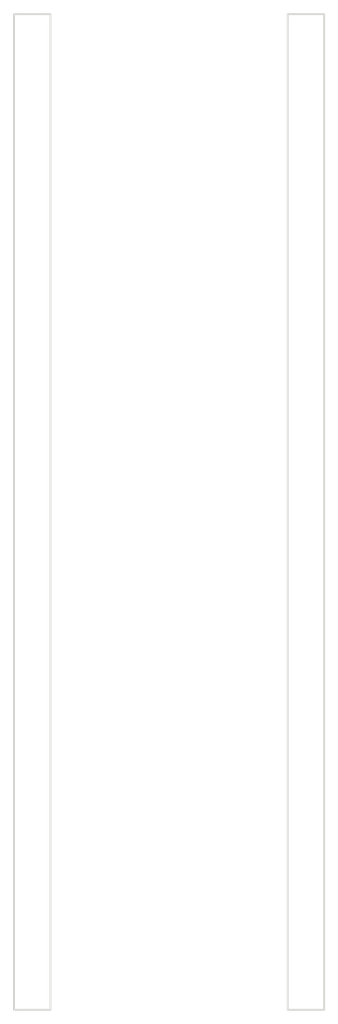
<source format=kicad_pcb>
(kicad_pcb (version 20241229) (generator "pcbnew") (generator_version "9.0")
  (title_block (title "Board 2x22 W15.24mm") (date "2025-09-29") (rev "V1"))
  (layers (0 "F.Cu" signal) (2 "B.Cu" signal) (13 "F.Paste" user) (15 "B.Paste" user) (5 "F.SilkS" user "F.Silkscreen") (7 "B.SilkS" user "B.Silkscreen") (1 "F.Mask" user) (3 "B.Mask" user) (25 "Edge.Cuts" user))
  (net 0 "")
  (footprint "SamacSys_Parts:PinHeader_1x22_P2.54mm_Vertical" (layer "B.Cu") (at 15.24 0 180)
    (property "Reference" "J3" (hide yes))
    (property "Value" "Pin_Header_01x22")
  )
  (footprint "SamacSys_Parts:PinHeader_1x22_P2.54mm_Vertical" (layer "B.Cu") (at 0 0 180)
    (property "Reference" "J2" (hide yes))
    (property "Value" "Pin_Header_01x22")
  )
  (gr_line (start -1.016 54.356) (end -1.016 -1.016) (stroke (width 0.1)) (layer "Edge.Cuts"))
  (gr_line (start -1.016 -1.016) (end 1.016 -1.016) (stroke (width 0.1)) (layer "Edge.Cuts"))
  (gr_line (start 16.256 54.356) (end 14.224 54.356) (stroke (width 0.1)) (layer "Edge.Cuts"))
  (gr_line (start 14.224 -1.016) (end 16.256 -1.016) (stroke (width 0.1)) (layer "Edge.Cuts"))
  (gr_line (start 1.016 54.356) (end -1.016 54.356) (stroke (width 0.1)) (layer "Edge.Cuts"))
  (gr_line (start 1.016 -1.016) (end 1.016 54.356) (stroke (width 0.1)) (layer "Edge.Cuts"))
  (gr_line (start 14.224 54.356) (end 14.224 -1.016) (stroke (width 0.1)) (layer "Edge.Cuts"))
  (gr_line (start 16.256 -1.016) (end 16.256 54.356) (stroke (width 0.1)) (layer "Edge.Cuts"))
)
</source>
